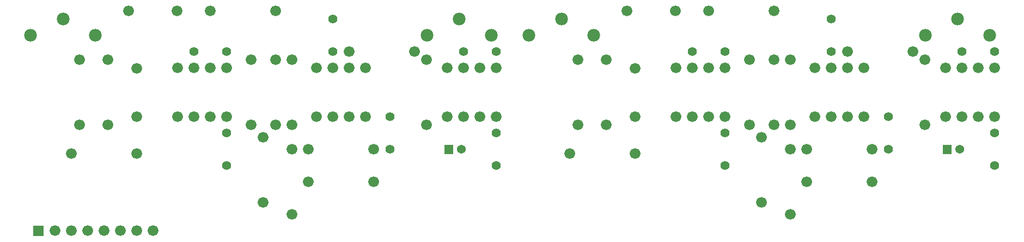
<source format=gbs>
G04 start of page 7 for group -4062 idx -4062 *
G04 Title: 26.006.00.01.01, soldermask *
G04 Creator: pcb 4.2.2 *
G04 CreationDate: Sat Feb 13 13:51:24 2021 UTC *
G04 For: bert *
G04 Format: Gerber/RS-274X *
G04 PCB-Dimensions (mil): 6200.00 1620.00 *
G04 PCB-Coordinate-Origin: lower left *
%MOIN*%
%FSLAX25Y25*%
%LNGBS*%
%ADD45C,0.0540*%
%ADD44C,0.0001*%
%ADD43C,0.0660*%
%ADD42C,0.0560*%
%ADD41C,0.0780*%
G54D41*X10315Y127158D03*
X49685D03*
X30000Y137000D03*
G54D42*X195000D03*
G54D43*X160000Y142000D03*
X70236D03*
X99764D03*
X120000D03*
G54D44*G36*
X11700Y10300D02*Y3700D01*
X18300D01*
Y10300D01*
X11700D01*
G37*
G54D43*X25000Y7000D03*
X35000D03*
X45000D03*
X55000D03*
X65000D03*
X75000D03*
X85000D03*
X180000Y37000D03*
X220000D03*
X170000Y17000D03*
X152500Y24500D03*
X100000Y77000D03*
X110000D03*
X120000D03*
X40000Y72000D03*
X57500D03*
X75000Y77236D03*
X130000Y77000D03*
Y107000D03*
X120000D03*
X110000D03*
X100000D03*
X40000Y112000D03*
X57500D03*
X75000Y106764D03*
X145000Y72000D03*
G54D42*X130000Y47000D03*
Y67000D03*
G54D43*X145000Y112000D03*
G54D42*X130000Y117000D03*
X110000D03*
G54D43*X35000Y54500D03*
X75000D03*
X185000Y77000D03*
X195000D03*
X205000D03*
X215000D03*
Y107000D03*
X205000D03*
G54D42*X195000Y117000D03*
G54D43*X205000D03*
X220000Y57000D03*
X195000Y107000D03*
X185000D03*
X170000Y112000D03*
X160000D03*
X170000Y57000D03*
Y72000D03*
X180000Y57000D03*
X160000Y72000D03*
X152500Y64500D03*
G54D42*X600000Y47000D03*
Y67000D03*
G54D43*Y77000D03*
G54D42*Y117000D03*
G54D41*X597185Y127158D03*
G54D43*X570000Y77000D03*
X580000D03*
X590000D03*
X557500Y72000D03*
X600000Y107000D03*
X590000D03*
X580000D03*
X570000D03*
G54D44*G36*
X568363Y59700D02*Y54300D01*
X573763D01*
Y59700D01*
X568363D01*
G37*
G54D45*X578937Y57000D03*
G54D43*X550000Y117000D03*
X557500Y112000D03*
G54D42*X580000Y117000D03*
G54D41*X557815Y127158D03*
X577500Y137000D03*
G54D43*X490000Y77000D03*
X500000D03*
X510000D03*
X520000D03*
X450000Y72000D03*
X525000Y37000D03*
Y57000D03*
G54D42*X500000Y137000D03*
Y117000D03*
G54D43*X510000D03*
G54D42*X535000Y57000D03*
Y77000D03*
G54D43*X485000Y37000D03*
X475000Y17000D03*
X457500Y24500D03*
X465000Y142000D03*
Y112000D03*
Y72000D03*
X450000Y112000D03*
X425000Y142000D03*
X475000Y57000D03*
Y72000D03*
X485000Y57000D03*
X457500Y64500D03*
G54D42*X435000Y47000D03*
G54D43*X405000Y77000D03*
X415000D03*
X425000D03*
X435000D03*
Y107000D03*
X425000D03*
X415000D03*
G54D42*X435000Y67000D03*
G54D43*X405000Y107000D03*
X380000Y106764D03*
Y77236D03*
Y54500D03*
X520000Y107000D03*
X510000D03*
X500000D03*
X490000D03*
G54D41*X315315Y127158D03*
X335000Y137000D03*
X354685Y127158D03*
G54D43*X475000Y112000D03*
G54D42*X435000Y117000D03*
X415000D03*
G54D43*X375236Y142000D03*
X404764D03*
X345000Y72000D03*
X362500D03*
X340000Y54500D03*
X345000Y112000D03*
X362500D03*
X275000Y77000D03*
X285000D03*
X295000D03*
Y107000D03*
G54D41*X292185Y127158D03*
G54D42*X295000Y117000D03*
Y47000D03*
Y67000D03*
G54D43*X285000Y107000D03*
X275000D03*
X265000D03*
X245000Y117000D03*
X252500Y112000D03*
G54D42*X275000Y117000D03*
G54D43*X265000Y77000D03*
G54D44*G36*
X263363Y59700D02*Y54300D01*
X268763D01*
Y59700D01*
X263363D01*
G37*
G54D45*X273937Y57000D03*
G54D43*X252500Y72000D03*
G54D42*X230000Y57000D03*
Y77000D03*
G54D41*X252815Y127158D03*
X272500Y137000D03*
M02*

</source>
